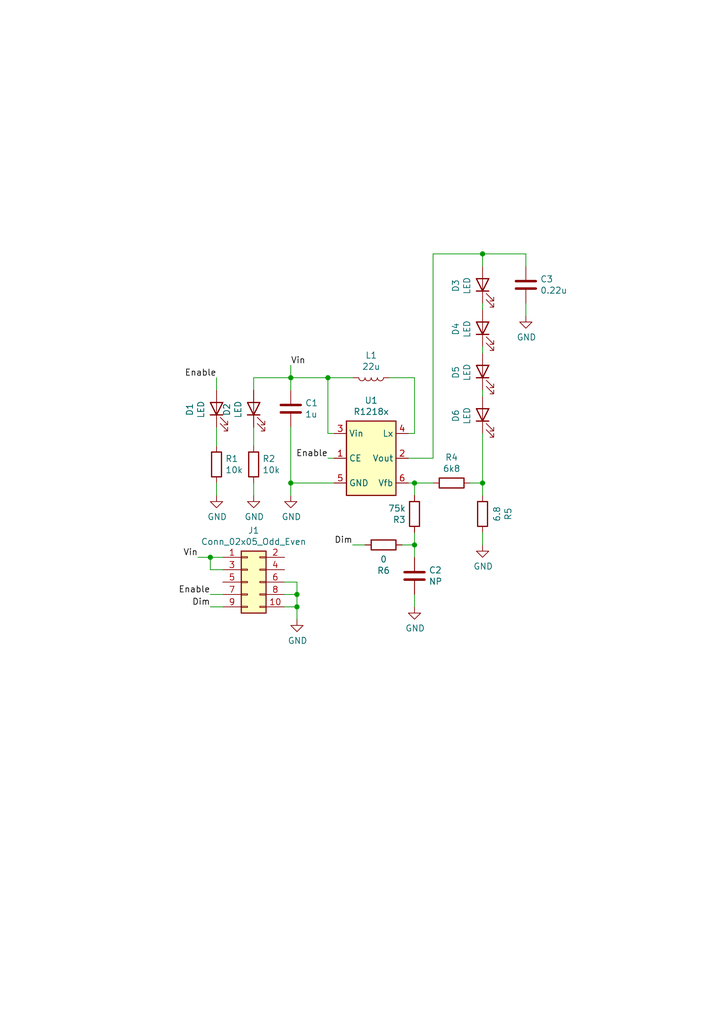
<source format=kicad_sch>
(kicad_sch (version 20211123) (generator eeschema)
  (paper "User" 148.006 210.007)
  (lib_symbols
    (symbol "Connector_Generic:Conn_02x05_Odd_Even" (pin_names (offset 1.016) hide)
      (property "Reference" "J" (at 1.27 7.62 0))
      (property "Value" "Conn_02x05_Odd_Even" (at 1.27 -7.62 0))
      (symbol "Conn_02x05_Odd_Even_1_1"
        (rectangle (start -1.27 -4.953) (end 0 -5.207) (stroke (width 0.1524)))
        (rectangle (start -1.27 -2.413) (end 0 -2.667) (stroke (width 0.1524)))
        (rectangle (start -1.27 0.127) (end 0 -0.127) (stroke (width 0.1524)))
        (rectangle (start -1.27 2.667) (end 0 2.413) (stroke (width 0.1524)))
        (rectangle (start -1.27 5.207) (end 0 4.953) (stroke (width 0.1524)))
        (rectangle (start -1.27 6.35) (end 3.81 -6.35) (stroke (width 0.254)) (fill (type background)))
        (rectangle (start 3.81 -4.953) (end 2.54 -5.207) (stroke (width 0.1524)))
        (rectangle (start 3.81 -2.413) (end 2.54 -2.667) (stroke (width 0.1524)))
        (rectangle (start 3.81 0.127) (end 2.54 -0.127) (stroke (width 0.1524)))
        (rectangle (start 3.81 2.667) (end 2.54 2.413) (stroke (width 0.1524)))
        (rectangle (start 3.81 5.207) (end 2.54 4.953) (stroke (width 0.1524)))
        (pin passive line (at -5.08 5.08 0) (length 3.81) (name "Pin_1") (number "1"))
        (pin passive line (at 7.62 -5.08 180) (length 3.81) (name "Pin_10") (number "10"))
        (pin passive line (at 7.62 5.08 180) (length 3.81) (name "Pin_2") (number "2"))
        (pin passive line (at -5.08 2.54 0) (length 3.81) (name "Pin_3") (number "3"))
        (pin passive line (at 7.62 2.54 180) (length 3.81) (name "Pin_4") (number "4"))
        (pin passive line (at -5.08 0 0) (length 3.81) (name "Pin_5") (number "5"))
        (pin passive line (at 7.62 0 180) (length 3.81) (name "Pin_6") (number "6"))
        (pin passive line (at -5.08 -2.54 0) (length 3.81) (name "Pin_7") (number "7"))
        (pin passive line (at 7.62 -2.54 180) (length 3.81) (name "Pin_8") (number "8"))
        (pin passive line (at -5.08 -5.08 0) (length 3.81) (name "Pin_9") (number "9"))
      )
    )
    (symbol "Device:C" (pin_numbers hide) (pin_names (offset 0.254))
      (property "Reference" "C" (at 0.635 2.54 0))
      (property "Value" "C" (at 0.635 -2.54 0))
      (symbol "C_0_1"
        (polyline (pts (xy -2.032 -0.762) (xy 2.032 -0.762)) (stroke (width 0.508)))
        (polyline (pts (xy -2.032 0.762) (xy 2.032 0.762)) (stroke (width 0.508)))
      )
      (symbol "C_1_1"
        (pin passive line (at 0 3.81 270) (length 2.794) (name "~") (number "1"))
        (pin passive line (at 0 -3.81 90) (length 2.794) (name "~") (number "2"))
      )
    )
    (symbol "Device:L" (pin_numbers hide) (pin_names (offset 1.016) hide)
      (property "Reference" "L" (at -1.27 0 90))
      (property "Value" "L" (at 1.905 0 90))
      (symbol "L_0_1"
        (arc (start 0 -2.54) (mid 0.635 -1.905) (end 0 -1.27))
        (arc (start 0 -1.27) (mid 0.635 -0.635) (end 0 0))
        (arc (start 0 0) (mid 0.635 0.635) (end 0 1.27))
        (arc (start 0 1.27) (mid 0.635 1.905) (end 0 2.54))
      )
      (symbol "L_1_1"
        (pin passive line (at 0 3.81 270) (length 1.27) (name "1") (number "1"))
        (pin passive line (at 0 -3.81 90) (length 1.27) (name "2") (number "2"))
      )
    )
    (symbol "Device:LED" (pin_numbers hide) (pin_names (offset 1.016) hide)
      (property "Reference" "D" (at 0 2.54 0))
      (property "Value" "LED" (at 0 -2.54 0))
      (symbol "LED_0_1"
        (polyline (pts (xy -1.27 -1.27) (xy -1.27 1.27)) (stroke (width 0.254)))
        (polyline (pts (xy -1.27 0) (xy 1.27 0)))
        (polyline (pts (xy 1.27 -1.27) (xy 1.27 1.27) (xy -1.27 0) (xy 1.27 -1.27)) (stroke (width 0.254)))
        (polyline (pts (xy -3.048 -0.762) (xy -4.572 -2.286) (xy -3.81 -2.286) (xy -4.572 -2.286) (xy -4.572 -1.524)))
        (polyline (pts (xy -1.778 -0.762) (xy -3.302 -2.286) (xy -2.54 -2.286) (xy -3.302 -2.286) (xy -3.302 -1.524)))
      )
      (symbol "LED_1_1"
        (pin passive line (at -3.81 0 0) (length 2.54) (name "K") (number "1"))
        (pin passive line (at 3.81 0 180) (length 2.54) (name "A") (number "2"))
      )
    )
    (symbol "Device:R" (pin_numbers hide) (pin_names (offset 0))
      (property "Reference" "R" (at 2.032 0 90))
      (property "Value" "R" (at 0 0 90))
      (symbol "R_0_1"
        (rectangle (start -1.016 -2.54) (end 1.016 2.54) (stroke (width 0.254)))
      )
      (symbol "R_1_1"
        (pin passive line (at 0 3.81 270) (length 1.27) (name "~") (number "1"))
        (pin passive line (at 0 -3.81 90) (length 1.27) (name "~") (number "2"))
      )
    )
    (symbol "UVA_12W:R1218x"
      (property "Reference" "U" (at 0 8.89 0))
      (property "Value" "R1218x" (at 0 2.54 0))
      (symbol "R1218x_0_1"
        (rectangle (start 5.08 -7.62) (end -5.08 7.62) (stroke (width 0.254)) (fill (type background)))
      )
      (symbol "R1218x_1_1"
        (pin input line (at -7.62 0 0) (length 2.54) (name "CE") (number "1"))
        (pin power_out line (at 7.62 0 180) (length 2.54) (name "Vout") (number "2"))
        (pin power_in line (at -7.62 5.08 0) (length 2.54) (name "Vin") (number "3"))
        (pin open_collector line (at 7.62 5.08 180) (length 2.54) (name "Lx") (number "4"))
        (pin power_in line (at -7.62 -5.08 0) (length 2.54) (name "GND") (number "5"))
        (pin input line (at 7.62 -5.08 180) (length 2.54) (name "Vfb") (number "6"))
      )
    )
    (symbol "power:GND" (power) (pin_names (offset 0))
      (property "Value" "GND" (at 0 -3.81 0))
      (symbol "GND_0_1"
        (polyline (pts (xy 0 0) (xy 0 -1.27) (xy 1.27 -1.27) (xy 0 -2.54) (xy -1.27 -1.27) (xy 0 -1.27)))
      )
      (symbol "GND_1_1"
        (pin power_in line (at 0 0 270) (length 0) hide (name "GND") (number "1"))
      )
    )
  )
  (junction (at 67.31 77.47))
  (junction (at 43.18 114.3))
  (junction (at 85.09 99.06))
  (junction (at 59.69 77.47))
  (junction (at 60.96 124.46))
  (junction (at 60.96 121.92))
  (junction (at 85.09 111.76))
  (junction (at 59.69 99.06))
  (junction (at 99.06 99.06))
  (junction (at 99.06 52.07))
  (wire (pts (xy 99.06 99.06) (xy 99.06 101.6)))
  (wire (pts (xy 59.69 99.06) (xy 59.69 101.6)))
  (wire (pts (xy 83.82 88.9) (xy 85.09 88.9)))
  (wire (pts (xy 67.31 77.47) (xy 72.39 77.47)))
  (wire (pts (xy 99.06 81.28) (xy 99.06 80.01)))
  (wire (pts (xy 88.9 52.07) (xy 99.06 52.07)))
  (wire (pts (xy 85.09 114.3) (xy 85.09 111.76)))
  (wire (pts (xy 44.45 101.6) (xy 44.45 99.06)))
  (wire (pts (xy 43.18 121.92) (xy 45.72 121.92)))
  (wire (pts (xy 52.07 77.47) (xy 59.69 77.47)))
  (wire (pts (xy 99.06 88.9) (xy 99.06 99.06)))
  (wire (pts (xy 60.96 124.46) (xy 60.96 127)))
  (wire (pts (xy 85.09 99.06) (xy 83.82 99.06)))
  (wire (pts (xy 45.72 114.3) (xy 43.18 114.3)))
  (wire (pts (xy 82.55 111.76) (xy 85.09 111.76)))
  (wire (pts (xy 88.9 52.07) (xy 88.9 93.98)))
  (wire (pts (xy 52.07 101.6) (xy 52.07 99.06)))
  (wire (pts (xy 85.09 77.47) (xy 80.01 77.47)))
  (wire (pts (xy 85.09 111.76) (xy 85.09 109.22)))
  (wire (pts (xy 74.93 111.76) (xy 72.39 111.76)))
  (wire (pts (xy 59.69 77.47) (xy 59.69 80.01)))
  (wire (pts (xy 85.09 101.6) (xy 85.09 99.06)))
  (wire (pts (xy 99.06 52.07) (xy 107.95 52.07)))
  (wire (pts (xy 99.06 109.22) (xy 99.06 111.76)))
  (wire (pts (xy 99.06 52.07) (xy 99.06 54.61)))
  (wire (pts (xy 43.18 124.46) (xy 45.72 124.46)))
  (wire (pts (xy 58.42 121.92) (xy 60.96 121.92)))
  (wire (pts (xy 60.96 119.38) (xy 60.96 121.92)))
  (wire (pts (xy 52.07 80.01) (xy 52.07 77.47)))
  (wire (pts (xy 85.09 121.92) (xy 85.09 124.46)))
  (wire (pts (xy 99.06 99.06) (xy 96.52 99.06)))
  (wire (pts (xy 43.18 114.3) (xy 40.64 114.3)))
  (wire (pts (xy 44.45 91.44) (xy 44.45 87.63)))
  (wire (pts (xy 43.18 116.84) (xy 45.72 116.84)))
  (wire (pts (xy 107.95 52.07) (xy 107.95 54.61)))
  (wire (pts (xy 99.06 72.39) (xy 99.06 71.12)))
  (wire (pts (xy 67.31 77.47) (xy 59.69 77.47)))
  (wire (pts (xy 59.69 77.47) (xy 59.69 74.93)))
  (wire (pts (xy 58.42 119.38) (xy 60.96 119.38)))
  (wire (pts (xy 99.06 63.5) (xy 99.06 62.23)))
  (wire (pts (xy 67.31 88.9) (xy 67.31 77.47)))
  (wire (pts (xy 43.18 114.3) (xy 43.18 116.84)))
  (wire (pts (xy 58.42 124.46) (xy 60.96 124.46)))
  (wire (pts (xy 83.82 93.98) (xy 88.9 93.98)))
  (wire (pts (xy 88.9 99.06) (xy 85.09 99.06)))
  (wire (pts (xy 68.58 93.98) (xy 67.31 93.98)))
  (wire (pts (xy 44.45 80.01) (xy 44.45 77.47)))
  (wire (pts (xy 59.69 87.63) (xy 59.69 99.06)))
  (wire (pts (xy 59.69 99.06) (xy 68.58 99.06)))
  (wire (pts (xy 60.96 121.92) (xy 60.96 124.46)))
  (wire (pts (xy 85.09 88.9) (xy 85.09 77.47)))
  (wire (pts (xy 107.95 62.23) (xy 107.95 64.77)))
  (wire (pts (xy 52.07 91.44) (xy 52.07 87.63)))
  (wire (pts (xy 68.58 88.9) (xy 67.31 88.9)))
  (label "Enable" (at 44.45 77.47 180))
  (label "Dim" (at 43.18 124.46 180))
  (label "Enable" (at 67.31 93.98 180))
  (label "Vin" (at 59.69 74.93 0))
  (label "Vin" (at 40.64 114.3 180))
  (label "Dim" (at 72.39 111.76 180))
  (label "Enable" (at 43.18 121.92 180))
  (symbol (lib_id "Device:LED") (at 99.06 85.09 90) (unit 1)
    (property "Reference" "D6" (at 93.5482 85.2678 0))
    (property "Value" "LED" (at 95.8596 85.2678 0))
    (property "Footprint" "UVA_12W:VLMU1610" (effects hide))
  )
  (symbol (lib_id "Device:LED") (at 99.06 76.2 90) (unit 1)
    (property "Reference" "D5" (at 93.5482 76.3778 0))
    (property "Value" "LED" (at 95.8596 76.3778 0))
    (property "Footprint" "UVA_12W:VLMU1610" (effects hide))
  )
  (symbol (lib_id "Device:LED") (at 99.06 67.31 90) (unit 1)
    (property "Reference" "D4" (at 93.5482 67.4878 0))
    (property "Value" "LED" (at 95.8596 67.4878 0))
    (property "Footprint" "UVA_12W:VLMU1610" (effects hide))
  )
  (symbol (lib_id "Device:LED") (at 99.06 58.42 90) (unit 1)
    (property "Reference" "D3" (at 93.5482 58.5978 0))
    (property "Value" "LED" (at 95.8596 58.5978 0))
    (property "Footprint" "UVA_12W:VLMU1610" (effects hide))
  )
  (symbol (lib_id "UVA_12W:R1218x") (at 76.2 93.98 0) (unit 1)
    (property "Reference" "U1" (at 76.2 82.1182 0))
    (property "Value" "R1218x" (at 76.2 84.4296 0))
    (property "Footprint" "Package_TO_SOT_SMD:SOT-23-6" (effects hide))
  )
  (symbol (lib_id "Device:L") (at 76.2 77.47 270) (unit 1)
    (property "Reference" "L1" (at 76.2 72.8726 90))
    (property "Value" "22u" (at 76.2 75.184 90))
    (property "Footprint" "Inductor_SMD:L_0805_2012Metric" (effects hide))
  )
  (symbol (lib_id "Device:C") (at 59.69 83.82 0) (unit 1)
    (property "Reference" "C1" (at 62.611 82.6516 0) (effects (justify left)))
    (property "Value" "1u" (at 62.611 84.963 0) (effects (justify left)))
    (property "Footprint" "Capacitor_SMD:C_0603_1608Metric" (effects hide))
  )
  (symbol (lib_id "Device:C") (at 107.95 58.42 0) (unit 1)
    (property "Reference" "C3" (at 110.871 57.2516 0) (effects (justify left)))
    (property "Value" "0.22u" (at 110.871 59.563 0) (effects (justify left)))
    (property "Footprint" "Capacitor_SMD:C_0603_1608Metric" (effects hide))
  )
  (symbol (lib_id "power:GND") (at 59.69 101.6 0) (unit 1)
    (property "Reference" "#PWR04" (effects hide))
    (property "Value" "GND" (at 59.817 105.9942 0))
  )
  (symbol (lib_id "power:GND") (at 107.95 64.77 0) (unit 1)
    (property "Reference" "#PWR07" (effects hide))
    (property "Value" "GND" (at 108.077 69.1642 0))
  )
  (symbol (lib_id "Device:R") (at 99.06 105.41 180) (unit 1)
    (property "Reference" "R5" (at 104.3178 105.41 90))
    (property "Value" "6.8" (at 102.0064 105.41 90))
    (property "Footprint" "Resistor_SMD:R_0603_1608Metric" (effects hide))
  )
  (symbol (lib_id "Device:R") (at 85.09 105.41 0) (unit 1)
    (property "Reference" "R3" (at 83.312 106.5784 0) (effects (justify right)))
    (property "Value" "75k" (at 83.312 104.267 0) (effects (justify right)))
    (property "Footprint" "Resistor_SMD:R_0603_1608Metric" (effects hide))
  )
  (symbol (lib_id "power:GND") (at 99.06 111.76 0) (unit 1)
    (property "Reference" "#PWR06" (effects hide))
    (property "Value" "GND" (at 99.187 116.1542 0))
  )
  (symbol (lib_id "Device:LED") (at 52.07 83.82 90) (unit 1)
    (property "Reference" "D2" (at 46.5582 83.9978 0))
    (property "Value" "LED" (at 48.8696 83.9978 0))
    (property "Footprint" "LED_SMD:LED_0805_2012Metric" (effects hide))
  )
  (symbol (lib_id "Device:R") (at 52.07 95.25 180) (unit 1)
    (property "Reference" "R2" (at 53.848 94.0816 0) (effects (justify right)))
    (property "Value" "10k" (at 53.848 96.393 0) (effects (justify right)))
    (property "Footprint" "Resistor_SMD:R_0603_1608Metric" (effects hide))
  )
  (symbol (lib_id "power:GND") (at 52.07 101.6 0) (unit 1)
    (property "Reference" "#PWR02" (effects hide))
    (property "Value" "GND" (at 52.197 105.9942 0))
  )
  (symbol (lib_id "Device:LED") (at 44.45 83.82 90) (unit 1)
    (property "Reference" "D1" (at 38.9382 83.9978 0))
    (property "Value" "LED" (at 41.2496 83.9978 0))
    (property "Footprint" "LED_SMD:LED_0805_2012Metric" (effects hide))
  )
  (symbol (lib_id "Device:R") (at 44.45 95.25 180) (unit 1)
    (property "Reference" "R1" (at 46.228 94.0816 0) (effects (justify right)))
    (property "Value" "10k" (at 46.228 96.393 0) (effects (justify right)))
    (property "Footprint" "Resistor_SMD:R_0603_1608Metric" (effects hide))
  )
  (symbol (lib_id "power:GND") (at 44.45 101.6 0) (unit 1)
    (property "Reference" "#PWR01" (effects hide))
    (property "Value" "GND" (at 44.577 105.9942 0))
  )
  (symbol (lib_id "Connector_Generic:Conn_02x05_Odd_Even") (at 50.8 119.38 0) (unit 1)
    (property "Reference" "J1" (at 52.07 108.7882 0))
    (property "Value" "Conn_02x05_Odd_Even" (at 52.07 111.0996 0))
    (property "Footprint" "Connector_PinSocket_2.54mm:PinSocket_2x05_P2.54mm_Vertical_SMD" (effects hide))
  )
  (symbol (lib_id "power:GND") (at 60.96 127 0) (unit 1)
    (property "Reference" "#PWR03" (effects hide))
    (property "Value" "GND" (at 61.087 131.3942 0))
  )
  (symbol (lib_id "Device:R") (at 92.71 99.06 270) (unit 1)
    (property "Reference" "R4" (at 92.71 93.8022 90))
    (property "Value" "6k8" (at 92.71 96.1136 90))
    (property "Footprint" "Resistor_SMD:R_0603_1608Metric" (effects hide))
  )
  (symbol (lib_id "Device:R") (at 78.74 111.76 90) (unit 1)
    (property "Reference" "R6" (at 78.74 117.0178 90))
    (property "Value" "0" (at 78.74 114.7064 90))
    (property "Footprint" "Resistor_SMD:R_0603_1608Metric" (effects hide))
  )
  (symbol (lib_id "Device:C") (at 85.09 118.11 0) (unit 1)
    (property "Reference" "C2" (at 88.011 116.9416 0) (effects (justify left)))
    (property "Value" "NP" (at 88.011 119.253 0) (effects (justify left)))
    (property "Footprint" "Capacitor_SMD:C_0603_1608Metric" (effects hide))
  )
  (symbol (lib_id "power:GND") (at 85.09 124.46 0) (unit 1)
    (property "Reference" "#PWR05" (effects hide))
    (property "Value" "GND" (at 85.217 128.8542 0))
  )
)
</source>
